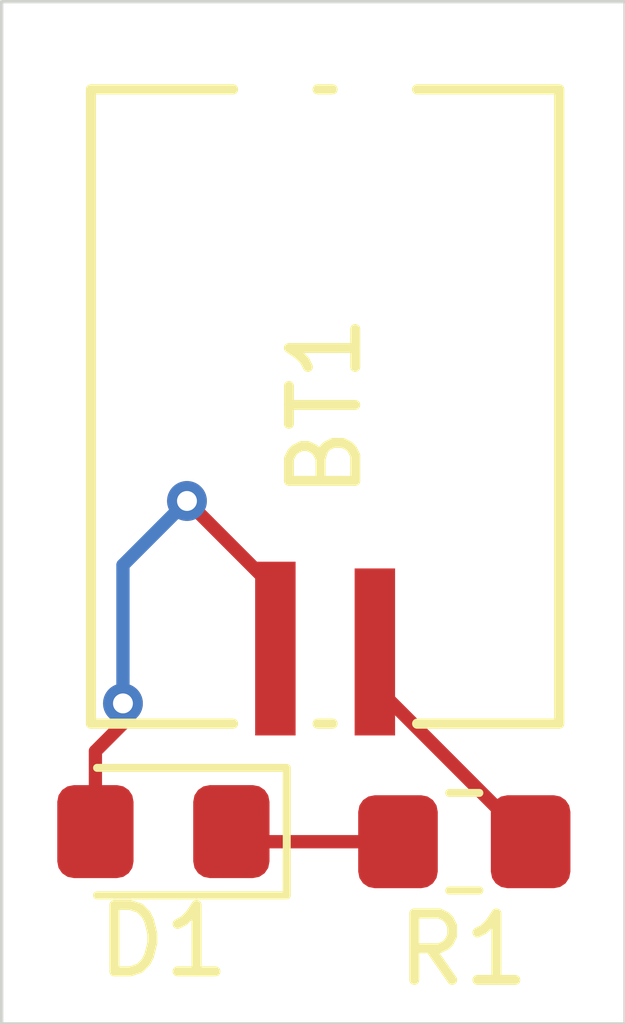
<source format=kicad_pcb>
(kicad_pcb (version 20240108) (generator "pcbnew") (generator_version "8.0")
  (title_block (title "LED Demo") (date "2025-01-28") (rev "1.0") (company "Formula Slug"))
  (layers (0 "F.Cu" signal) (31 "B.Cu" signal) (34 "B.Paste" user) (35 "F.Paste" user) (36 "B.SilkS" user "B.Silkscreen") (37 "F.SilkS" user "F.Silkscreen") (38 "B.Mask" user) (39 "F.Mask" user) (44 "Edge.Cuts" user))
  (net 0 "")
  (net 1 "Net-(BT1-+)")
  (net 2 "Net-(BT1--)")
  (net 3 "Net-(D1-K)")
  (footprint "FS_3_Global_Footprint_Library:MS621FE-FL11E_SEC" (layer "F.Cu") (at 139.5476 94.4372 90)
    (property "Reference" "BT1" (at 0 0 90) (layer "F.SilkS"))
    (property "Value" "Battery_Cell")
    (fp_line (start 4.7752 -3.5306) (end -4.7752 -3.5306) (stroke (width 0.1524)) (layer "F.SilkS"))
    (fp_line (start -4.7752 -3.5306) (end -4.7752 -1.387541) (stroke (width 0.1524)) (layer "F.SilkS"))
    (fp_line (start 4.7752 -1.387541) (end 4.7752 -3.5306) (stroke (width 0.1524)) (layer "F.SilkS"))
    (fp_line (start -4.7752 -0.112461) (end -4.7752 0.112461) (stroke (width 0.1524)) (layer "F.SilkS"))
    (fp_line (start 4.7752 0.112461) (end 4.7752 -0.112461) (stroke (width 0.1524)) (layer "F.SilkS"))
    (fp_line (start -4.7752 1.387541) (end -4.7752 3.5306) (stroke (width 0.1524)) (layer "F.SilkS"))
    (fp_line (start 4.7752 3.5306) (end 4.7752 1.387541) (stroke (width 0.1524)) (layer "F.SilkS"))
    (fp_line (start -4.7752 3.5306) (end 4.7752 3.5306) (stroke (width 0.1524)) (layer "F.SilkS"))
    (pad "1" smd rect (at -3.6449 -0.750001 90) (size 2.6162 0.6096) (layers "F.Cu" "F.Paste" "F.Mask") (net 1 "Net-(BT1-+)"))
    (pad "2" smd rect (at -3.6957 0.750001 90) (size 2.5146 0.6096) (layers "F.Cu" "F.Paste" "F.Mask") (net 2 "Net-(BT1--)"))
  )
  (footprint "Resistor_SMD:R_0805_2012Metric_Pad1.20x1.40mm_HandSolder" (layer "F.Cu") (at 141.6464 100.9904)
    (property "Reference" "R1" (at -0.016 1.6256 360) (layer "F.SilkS"))
    (property "Value" "R")
    (fp_line (start -0.227064 -0.735) (end 0.227064 -0.735) (stroke (width 0.12)) (layer "F.SilkS"))
    (fp_line (start -0.227064 0.735) (end 0.227064 0.735) (stroke (width 0.12)) (layer "F.SilkS"))
    (pad "1" smd roundrect (at -1 0) (size 1.2 1.4) (layers "F.Cu" "F.Paste" "F.Mask") (roundrect_rratio 0.208333) (net 3 "Net-(D1-K)"))
    (pad "2" smd roundrect (at 1 0) (size 1.2 1.4) (layers "F.Cu" "F.Paste" "F.Mask") (roundrect_rratio 0.208333) (net 2 "Net-(BT1--)"))
  )
  (footprint "LED_SMD:LED_0805_2012Metric_Pad1.15x1.40mm_HandSolder" (layer "F.Cu") (at 137.1092 100.838 180)
    (property "Reference" "D1" (at 0 -1.65 360) (layer "F.SilkS"))
    (property "Value" "LED")
    (fp_line (start 1 -0.96) (end -1.86 -0.96) (stroke (width 0.12)) (layer "F.SilkS"))
    (fp_line (start -1.86 0.96) (end 1 0.96) (stroke (width 0.12)) (layer "F.SilkS"))
    (fp_line (start -1.86 -0.96) (end -1.86 0.96) (stroke (width 0.12)) (layer "F.SilkS"))
    (pad "1" smd roundrect (at -1.025 0 180) (size 1.15 1.4) (layers "F.Cu" "F.Paste" "F.Mask") (roundrect_rratio 0.217391) (net 3 "Net-(D1-K)"))
    (pad "2" smd roundrect (at 1.025 0 180) (size 1.15 1.4) (layers "F.Cu" "F.Paste" "F.Mask") (roundrect_rratio 0.217391) (net 1 "Net-(BT1-+)"))
  )
  (gr_rect (start 134.6708 88.3412) (end 144.0688 103.7336) (stroke (width 0.05)) (fill none) (layer "Edge.Cuts"))
  (segment (start 138.797599 97.192399) (end 137.4648 95.8596) (width 0.2) (layer "F.Cu") (net 1))
  (segment (start 136.0842 99.6278) (end 136.0842 100.838) (width 0.2) (layer "F.Cu") (net 1))
  (segment (start 136.4996 98.9076) (end 136.4996 99.2124) (width 0.2) (layer "F.Cu") (net 1))
  (segment (start 138.797599 98.0821) (end 138.797599 97.192399) (width 0.2) (layer "F.Cu") (net 1))
  (segment (start 136.4996 99.2124) (end 136.0842 99.6278) (width 0.2) (layer "F.Cu") (net 1))
  (via (at 136.4996 98.9076) (size 0.6) (drill 0.3) (layers "F.Cu" "B.Cu") (net 1))
  (via (at 137.4648 95.8596) (size 0.6) (drill 0.3) (layers "F.Cu" "B.Cu") (net 1))
  (segment (start 137.4648 95.8596) (end 136.4996 96.8248) (width 0.2) (layer "B.Cu") (net 1))
  (segment (start 136.4996 96.8248) (end 136.4996 98.9076) (width 0.2) (layer "B.Cu") (net 1))
  (segment (start 140.297601 98.641601) (end 142.6464 100.9904) (width 0.2) (layer "F.Cu") (net 2))
  (segment (start 140.297601 98.1329) (end 140.297601 98.641601) (width 0.2) (layer "F.Cu") (net 2))
  (segment (start 140.6464 100.9904) (end 138.2866 100.9904) (width 0.2) (layer "F.Cu") (net 3))
  (segment (start 138.2866 100.9904) (end 138.1342 100.838) (width 0.2) (layer "F.Cu") (net 3))
)
</source>
